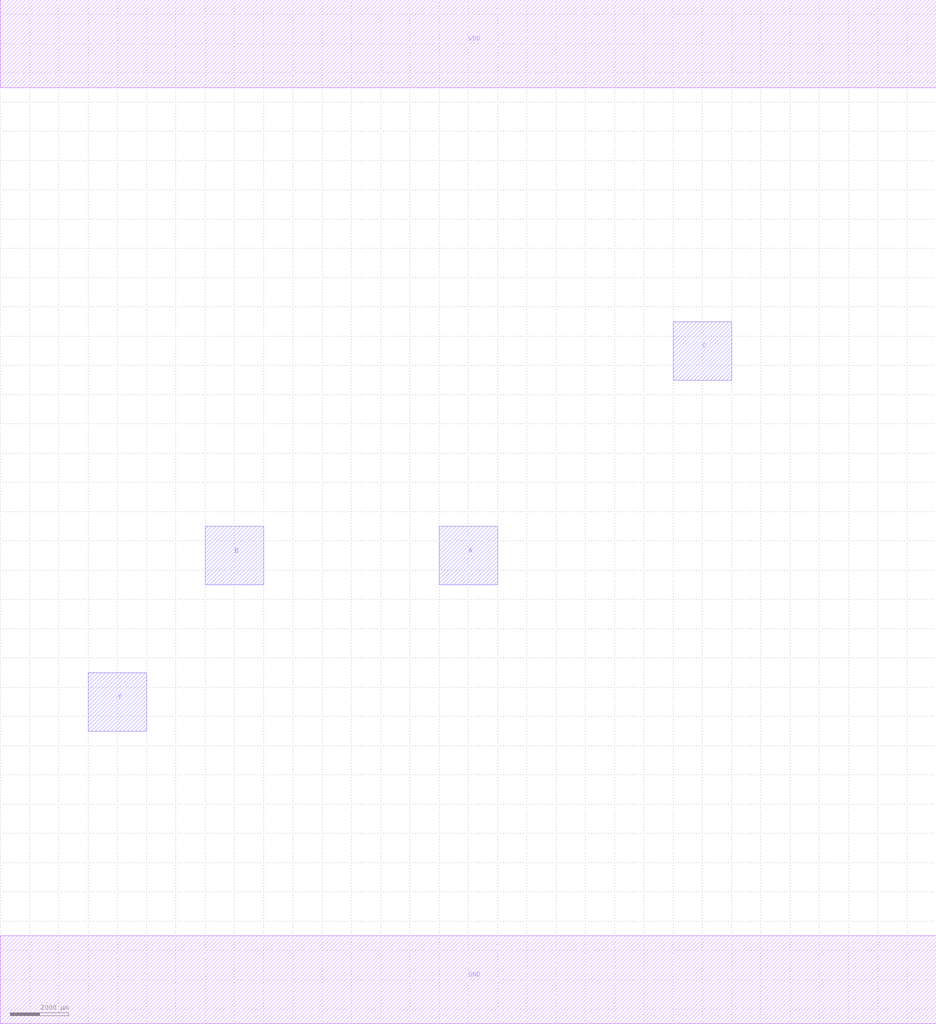
<source format=lef>
MACRO AOI21X1
 CLASS CORE ;
 ORIGIN 0 0 ;
 FOREIGN AOI21X1 0 0 ;
 SITE CORE ;
 SYMMETRY X Y R90 ;
  PIN VDD
   DIRECTION INOUT ;
   USE SIGNAL ;
   SHAPE ABUTMENT ;
    PORT
     CLASS CORE ;
       LAYER metal1 ;
        RECT 0.00000000 30500.00000000 32000.00000000 33500.00000000 ;
    END
  END VDD

  PIN GND
   DIRECTION INOUT ;
   USE SIGNAL ;
   SHAPE ABUTMENT ;
    PORT
     CLASS CORE ;
       LAYER metal1 ;
        RECT 0.00000000 -1500.00000000 32000.00000000 1500.00000000 ;
    END
  END GND

  PIN B
   DIRECTION INOUT ;
   USE SIGNAL ;
   SHAPE ABUTMENT ;
    PORT
     CLASS CORE ;
       LAYER metal2 ;
        RECT 7000.00000000 13500.00000000 9000.00000000 15500.00000000 ;
    END
  END B

  PIN A
   DIRECTION INOUT ;
   USE SIGNAL ;
   SHAPE ABUTMENT ;
    PORT
     CLASS CORE ;
       LAYER metal2 ;
        RECT 15000.00000000 13500.00000000 17000.00000000 15500.00000000 ;
    END
  END A

  PIN C
   DIRECTION INOUT ;
   USE SIGNAL ;
   SHAPE ABUTMENT ;
    PORT
     CLASS CORE ;
       LAYER metal2 ;
        RECT 23000.00000000 20500.00000000 25000.00000000 22500.00000000 ;
    END
  END C

  PIN Y
   DIRECTION INOUT ;
   USE SIGNAL ;
   SHAPE ABUTMENT ;
    PORT
     CLASS CORE ;
       LAYER metal2 ;
        RECT 3000.00000000 8500.00000000 5000.00000000 10500.00000000 ;
    END
  END Y


END AOI21X1

</source>
